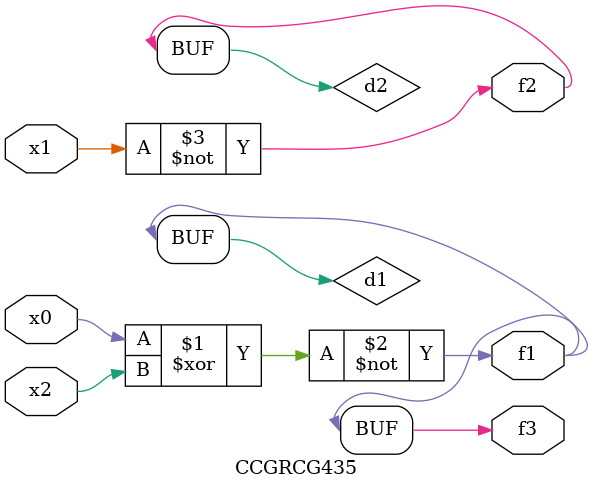
<source format=v>
module CCGRCG435(
	input x0, x1, x2,
	output f1, f2, f3
);

	wire d1, d2, d3;

	xnor (d1, x0, x2);
	nand (d2, x1);
	nor (d3, x1, x2);
	assign f1 = d1;
	assign f2 = d2;
	assign f3 = d1;
endmodule

</source>
